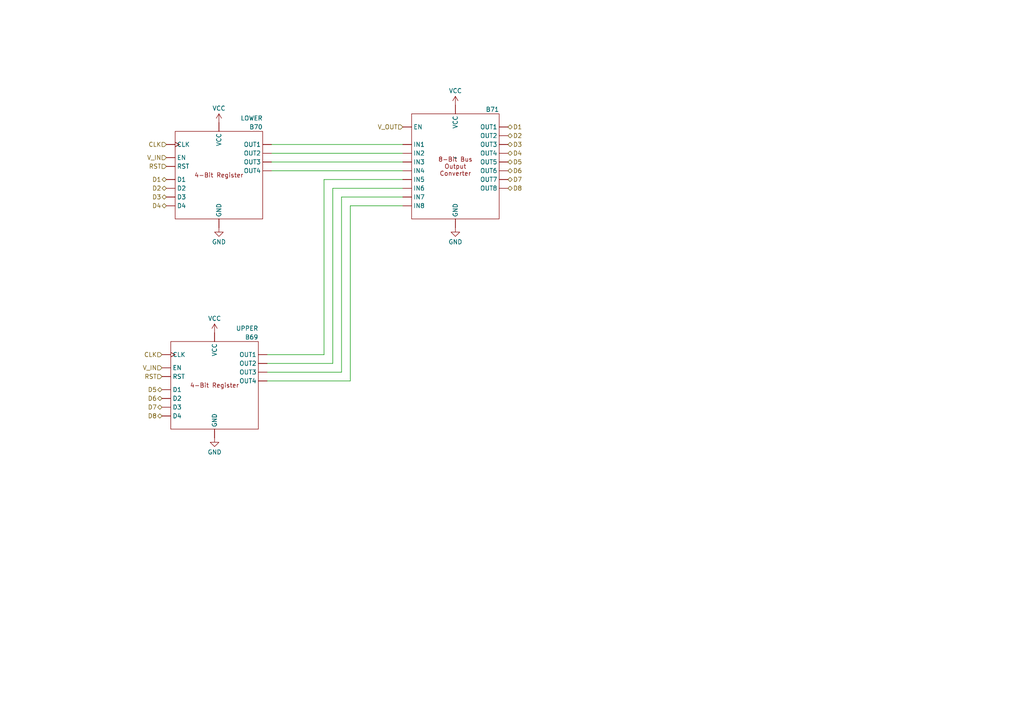
<source format=kicad_sch>
(kicad_sch (version 20230121) (generator eeschema)
  (paper "A4")
  (lib_symbols
    (symbol "MiniDragon:4-Bit Register"
      (property "Reference" "B" (at -12.7 13.97 0))
      (symbol "4-Bit Register_0_1"
        (rectangle (start -12.7 12.7) (end 12.7 -12.7))
      )
      (symbol "4-Bit Register_1_1"
        (text "4-Bit Register" (at 0 0 0) (effects (font (size 1.27 1.27))))
        (pin input clock (at -15.24 8.89 0) (length 2.54) (name "CLK") (number ""))
        (pin input line (at -15.24 -1.27 0) (length 2.54) (name "D1") (number ""))
        (pin input line (at -15.24 -3.81 0) (length 2.54) (name "D2") (number ""))
        (pin input line (at -15.24 -6.35 0) (length 2.54) (name "D3") (number ""))
        (pin input line (at -15.24 -8.89 0) (length 2.54) (name "D4") (number ""))
        (pin input line (at -15.24 5.08 0) (length 2.54) (name "EN") (number ""))
        (pin power_in line (at 0 -15.24 90) (length 2.54) (name "GND") (number ""))
        (pin output line (at 15.24 8.89 180) (length 2.54) (name "OUT1") (number ""))
        (pin output line (at 15.24 6.35 180) (length 2.54) (name "OUT2") (number ""))
        (pin output line (at 15.24 3.81 180) (length 2.54) (name "OUT3") (number ""))
        (pin output line (at 15.24 1.27 180) (length 2.54) (name "OUT4") (number ""))
        (pin input line (at -15.24 2.54 0) (length 2.54) (name "RST") (number ""))
        (pin power_in line (at 0 15.24 270) (length 2.54) (name "VCC") (number ""))
      )
    )
    (symbol "MiniDragon:8-bit Bus Output"
      (property "Reference" "B" (at -12.7 16.51 0))
      (symbol "8-bit Bus Output_0_1"
        (rectangle (start -12.7 15.24) (end 12.7 -15.24))
      )
      (symbol "8-bit Bus Output_1_1"
        (text "8-Bit Bus\nOutput\nConverter" (at 0 0 0) (effects (font (size 1.27 1.27))))
        (pin input line (at -15.24 11.43 0) (length 2.54) (name "EN") (number ""))
        (pin power_in line (at 0 -17.78 90) (length 2.54) (name "GND") (number ""))
        (pin input line (at -15.24 6.35 0) (length 2.54) (name "IN1") (number ""))
        (pin input line (at -15.24 3.81 0) (length 2.54) (name "IN2") (number ""))
        (pin input line (at -15.24 1.27 0) (length 2.54) (name "IN3") (number ""))
        (pin input line (at -15.24 -1.27 0) (length 2.54) (name "IN4") (number ""))
        (pin input line (at -15.24 -3.81 0) (length 2.54) (name "IN5") (number ""))
        (pin input line (at -15.24 -6.35 0) (length 2.54) (name "IN6") (number ""))
        (pin input line (at -15.24 -8.89 0) (length 2.54) (name "IN7") (number ""))
        (pin input line (at -15.24 -11.43 0) (length 2.54) (name "IN8") (number ""))
        (pin open_collector line (at 15.24 11.43 180) (length 2.54) (name "OUT1") (number ""))
        (pin open_collector line (at 15.24 8.89 180) (length 2.54) (name "OUT2") (number ""))
        (pin open_collector line (at 15.24 6.35 180) (length 2.54) (name "OUT3") (number ""))
        (pin open_collector line (at 15.24 3.81 180) (length 2.54) (name "OUT4") (number ""))
        (pin open_collector line (at 15.24 1.27 180) (length 2.54) (name "OUT5") (number ""))
        (pin open_collector line (at 15.24 -1.27 180) (length 2.54) (name "OUT6") (number ""))
        (pin open_collector line (at 15.24 -3.81 180) (length 2.54) (name "OUT7") (number ""))
        (pin open_collector line (at 15.24 -6.35 180) (length 2.54) (name "OUT8") (number ""))
        (pin power_in line (at 0 17.78 270) (length 2.54) (name "VCC") (number ""))
      )
    )
    (symbol "power:GND" (power) (pin_names (offset 0))
      (property "Value" "GND" (at 0 -3.81 0))
      (symbol "GND_0_1"
        (polyline (pts (xy 0 0) (xy 0 -1.27) (xy 1.27 -1.27) (xy 0 -2.54) (xy -1.27 -1.27) (xy 0 -1.27)))
      )
      (symbol "GND_1_1"
        (pin power_in line (at 0 0 270) (length 0) hide (name "GND") (number "1"))
      )
    )
    (symbol "power:VCC" (power) (pin_names (offset 0))
      (property "Value" "VCC" (at 0 3.81 0))
      (symbol "VCC_0_1"
        (polyline (pts (xy -0.762 1.27) (xy 0 2.54)))
        (polyline (pts (xy 0 0) (xy 0 2.54)))
        (polyline (pts (xy 0 2.54) (xy 0.762 1.27)))
      )
      (symbol "VCC_1_1"
        (pin power_in line (at 0 0 90) (length 0) hide (name "VCC") (number "1"))
      )
    )
  )
  (wire (pts (xy 78.74 49.53) (xy 116.84 49.53)))
  (wire (pts (xy 77.47 105.41) (xy 96.52 105.41)))
  (wire (pts (xy 93.98 52.07) (xy 116.84 52.07)))
  (wire (pts (xy 99.06 57.15) (xy 116.84 57.15)))
  (wire (pts (xy 78.74 46.99) (xy 116.84 46.99)))
  (wire (pts (xy 77.47 110.49) (xy 101.6 110.49)))
  (wire (pts (xy 78.74 41.91) (xy 116.84 41.91)))
  (wire (pts (xy 96.52 54.61) (xy 116.84 54.61)))
  (wire (pts (xy 96.52 54.61) (xy 96.52 105.41)))
  (wire (pts (xy 99.06 57.15) (xy 99.06 107.95)))
  (wire (pts (xy 101.6 59.69) (xy 101.6 110.49)))
  (wire (pts (xy 77.47 107.95) (xy 99.06 107.95)))
  (wire (pts (xy 101.6 59.69) (xy 116.84 59.69)))
  (wire (pts (xy 77.47 102.87) (xy 93.98 102.87)))
  (wire (pts (xy 93.98 52.07) (xy 93.98 102.87)))
  (wire (pts (xy 78.74 44.45) (xy 116.84 44.45)))
  (hierarchical_label "V_IN" (shape input) (at 46.99 106.68 180))
  (hierarchical_label "D4" (shape bidirectional) (at 147.32 44.45 0))
  (hierarchical_label "D4" (shape bidirectional) (at 48.26 59.69 180))
  (hierarchical_label "D7" (shape bidirectional) (at 46.99 118.11 180))
  (hierarchical_label "D1" (shape bidirectional) (at 48.26 52.07 180))
  (hierarchical_label "V_OUT" (shape input) (at 116.84 36.83 180))
  (hierarchical_label "D8" (shape bidirectional) (at 46.99 120.65 180))
  (hierarchical_label "D1" (shape bidirectional) (at 147.32 36.83 0))
  (hierarchical_label "D6" (shape bidirectional) (at 147.32 49.53 0))
  (hierarchical_label "CLK" (shape input) (at 46.99 102.87 180))
  (hierarchical_label "RST" (shape input) (at 48.26 48.26 180))
  (hierarchical_label "D5" (shape bidirectional) (at 46.99 113.03 180))
  (hierarchical_label "D3" (shape bidirectional) (at 147.32 41.91 0))
  (hierarchical_label "RST" (shape input) (at 46.99 109.22 180))
  (hierarchical_label "CLK" (shape input) (at 48.26 41.91 180))
  (hierarchical_label "D8" (shape bidirectional) (at 147.32 54.61 0))
  (hierarchical_label "D6" (shape bidirectional) (at 46.99 115.57 180))
  (hierarchical_label "D2" (shape bidirectional) (at 147.32 39.37 0))
  (hierarchical_label "V_IN" (shape input) (at 48.26 45.72 180))
  (hierarchical_label "D7" (shape bidirectional) (at 147.32 52.07 0))
  (hierarchical_label "D2" (shape bidirectional) (at 48.26 54.61 180))
  (hierarchical_label "D3" (shape bidirectional) (at 48.26 57.15 180))
  (hierarchical_label "D5" (shape bidirectional) (at 147.32 46.99 0))
  (symbol (lib_id "power:GND") (at 63.5 66.04 0) (unit 1)
    (property "Reference" "#PWR0149" (effects hide))
    (property "Value" "GND" (at 63.5 70.1731 0))
  )
  (symbol (lib_id "power:VCC") (at 63.5 35.56 0) (unit 1)
    (property "Reference" "#PWR0148" (effects hide))
    (property "Value" "VCC" (at 63.5 31.4269 0))
  )
  (symbol (lib_id "MiniDragon:4-Bit Register") (at 62.23 111.76 0) (unit 1)
    (property "Reference" "B69" (at 74.93 97.79 0) (effects (justify right)))
    (property "Value" "UPPER" (at 74.93 95.25 0) (effects (justify right)))
  )
  (symbol (lib_id "MiniDragon:8-bit Bus Output") (at 132.08 48.26 0) (unit 1)
    (property "Reference" "B71" (at 144.78 31.75 0) (effects (justify right)))
    (property "Value" "~" (at 132.08 45.72 0))
  )
  (symbol (lib_id "power:VCC") (at 62.23 96.52 0) (unit 1)
    (property "Reference" "#PWR0146" (effects hide))
    (property "Value" "VCC" (at 62.23 92.3869 0))
  )
  (symbol (lib_id "power:GND") (at 62.23 127 0) (unit 1)
    (property "Reference" "#PWR0147" (effects hide))
    (property "Value" "GND" (at 62.23 131.1331 0))
  )
  (symbol (lib_id "MiniDragon:4-Bit Register") (at 63.5 50.8 0) (unit 1)
    (property "Reference" "B70" (at 76.2 36.83 0) (effects (justify right)))
    (property "Value" "LOWER" (at 76.2 34.29 0) (effects (justify right)))
  )
  (symbol (lib_id "power:GND") (at 132.08 66.04 0) (unit 1)
    (property "Reference" "#PWR0151" (effects hide))
    (property "Value" "GND" (at 132.08 70.1731 0))
  )
  (symbol (lib_id "power:VCC") (at 132.08 30.48 0) (unit 1)
    (property "Reference" "#PWR0150" (effects hide))
    (property "Value" "VCC" (at 132.08 26.3469 0))
  )
)
</source>
